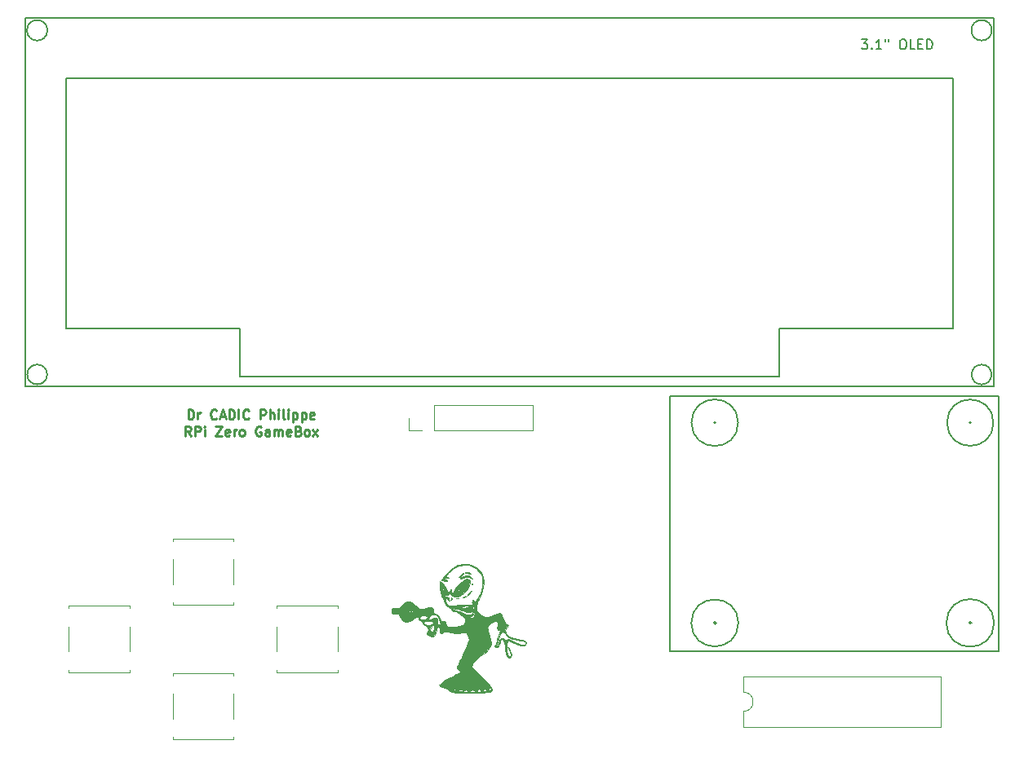
<source format=gto>
G04 #@! TF.FileFunction,Legend,Top*
%FSLAX46Y46*%
G04 Gerber Fmt 4.6, Leading zero omitted, Abs format (unit mm)*
G04 Created by KiCad (PCBNEW 4.0.6) date 10/22/17 23:17:58*
%MOMM*%
%LPD*%
G01*
G04 APERTURE LIST*
%ADD10C,0.150000*%
%ADD11C,0.250000*%
%ADD12C,0.120000*%
%ADD13C,0.010000*%
G04 APERTURE END LIST*
D10*
D11*
X176663070Y-185886801D02*
X176663070Y-184886801D01*
X176901165Y-184886801D01*
X177044023Y-184934420D01*
X177139261Y-185029658D01*
X177186880Y-185124896D01*
X177234499Y-185315372D01*
X177234499Y-185458230D01*
X177186880Y-185648706D01*
X177139261Y-185743944D01*
X177044023Y-185839182D01*
X176901165Y-185886801D01*
X176663070Y-185886801D01*
X177663070Y-185886801D02*
X177663070Y-185220134D01*
X177663070Y-185410610D02*
X177710689Y-185315372D01*
X177758308Y-185267753D01*
X177853546Y-185220134D01*
X177948785Y-185220134D01*
X179615452Y-185791563D02*
X179567833Y-185839182D01*
X179424976Y-185886801D01*
X179329738Y-185886801D01*
X179186880Y-185839182D01*
X179091642Y-185743944D01*
X179044023Y-185648706D01*
X178996404Y-185458230D01*
X178996404Y-185315372D01*
X179044023Y-185124896D01*
X179091642Y-185029658D01*
X179186880Y-184934420D01*
X179329738Y-184886801D01*
X179424976Y-184886801D01*
X179567833Y-184934420D01*
X179615452Y-184982039D01*
X179996404Y-185601087D02*
X180472595Y-185601087D01*
X179901166Y-185886801D02*
X180234499Y-184886801D01*
X180567833Y-185886801D01*
X180901166Y-185886801D02*
X180901166Y-184886801D01*
X181139261Y-184886801D01*
X181282119Y-184934420D01*
X181377357Y-185029658D01*
X181424976Y-185124896D01*
X181472595Y-185315372D01*
X181472595Y-185458230D01*
X181424976Y-185648706D01*
X181377357Y-185743944D01*
X181282119Y-185839182D01*
X181139261Y-185886801D01*
X180901166Y-185886801D01*
X181901166Y-185886801D02*
X181901166Y-184886801D01*
X182948785Y-185791563D02*
X182901166Y-185839182D01*
X182758309Y-185886801D01*
X182663071Y-185886801D01*
X182520213Y-185839182D01*
X182424975Y-185743944D01*
X182377356Y-185648706D01*
X182329737Y-185458230D01*
X182329737Y-185315372D01*
X182377356Y-185124896D01*
X182424975Y-185029658D01*
X182520213Y-184934420D01*
X182663071Y-184886801D01*
X182758309Y-184886801D01*
X182901166Y-184934420D01*
X182948785Y-184982039D01*
X184139261Y-185886801D02*
X184139261Y-184886801D01*
X184520214Y-184886801D01*
X184615452Y-184934420D01*
X184663071Y-184982039D01*
X184710690Y-185077277D01*
X184710690Y-185220134D01*
X184663071Y-185315372D01*
X184615452Y-185362991D01*
X184520214Y-185410610D01*
X184139261Y-185410610D01*
X185139261Y-185886801D02*
X185139261Y-184886801D01*
X185567833Y-185886801D02*
X185567833Y-185362991D01*
X185520214Y-185267753D01*
X185424976Y-185220134D01*
X185282118Y-185220134D01*
X185186880Y-185267753D01*
X185139261Y-185315372D01*
X186044023Y-185886801D02*
X186044023Y-185220134D01*
X186044023Y-184886801D02*
X185996404Y-184934420D01*
X186044023Y-184982039D01*
X186091642Y-184934420D01*
X186044023Y-184886801D01*
X186044023Y-184982039D01*
X186663070Y-185886801D02*
X186567832Y-185839182D01*
X186520213Y-185743944D01*
X186520213Y-184886801D01*
X187044023Y-185886801D02*
X187044023Y-185220134D01*
X187044023Y-184886801D02*
X186996404Y-184934420D01*
X187044023Y-184982039D01*
X187091642Y-184934420D01*
X187044023Y-184886801D01*
X187044023Y-184982039D01*
X187520213Y-185220134D02*
X187520213Y-186220134D01*
X187520213Y-185267753D02*
X187615451Y-185220134D01*
X187805928Y-185220134D01*
X187901166Y-185267753D01*
X187948785Y-185315372D01*
X187996404Y-185410610D01*
X187996404Y-185696325D01*
X187948785Y-185791563D01*
X187901166Y-185839182D01*
X187805928Y-185886801D01*
X187615451Y-185886801D01*
X187520213Y-185839182D01*
X188424975Y-185220134D02*
X188424975Y-186220134D01*
X188424975Y-185267753D02*
X188520213Y-185220134D01*
X188710690Y-185220134D01*
X188805928Y-185267753D01*
X188853547Y-185315372D01*
X188901166Y-185410610D01*
X188901166Y-185696325D01*
X188853547Y-185791563D01*
X188805928Y-185839182D01*
X188710690Y-185886801D01*
X188520213Y-185886801D01*
X188424975Y-185839182D01*
X189710690Y-185839182D02*
X189615452Y-185886801D01*
X189424975Y-185886801D01*
X189329737Y-185839182D01*
X189282118Y-185743944D01*
X189282118Y-185362991D01*
X189329737Y-185267753D01*
X189424975Y-185220134D01*
X189615452Y-185220134D01*
X189710690Y-185267753D01*
X189758309Y-185362991D01*
X189758309Y-185458230D01*
X189282118Y-185553468D01*
X176924975Y-187636801D02*
X176591641Y-187160610D01*
X176353546Y-187636801D02*
X176353546Y-186636801D01*
X176734499Y-186636801D01*
X176829737Y-186684420D01*
X176877356Y-186732039D01*
X176924975Y-186827277D01*
X176924975Y-186970134D01*
X176877356Y-187065372D01*
X176829737Y-187112991D01*
X176734499Y-187160610D01*
X176353546Y-187160610D01*
X177353546Y-187636801D02*
X177353546Y-186636801D01*
X177734499Y-186636801D01*
X177829737Y-186684420D01*
X177877356Y-186732039D01*
X177924975Y-186827277D01*
X177924975Y-186970134D01*
X177877356Y-187065372D01*
X177829737Y-187112991D01*
X177734499Y-187160610D01*
X177353546Y-187160610D01*
X178353546Y-187636801D02*
X178353546Y-186970134D01*
X178353546Y-186636801D02*
X178305927Y-186684420D01*
X178353546Y-186732039D01*
X178401165Y-186684420D01*
X178353546Y-186636801D01*
X178353546Y-186732039D01*
X179496403Y-186636801D02*
X180163070Y-186636801D01*
X179496403Y-187636801D01*
X180163070Y-187636801D01*
X180924975Y-187589182D02*
X180829737Y-187636801D01*
X180639260Y-187636801D01*
X180544022Y-187589182D01*
X180496403Y-187493944D01*
X180496403Y-187112991D01*
X180544022Y-187017753D01*
X180639260Y-186970134D01*
X180829737Y-186970134D01*
X180924975Y-187017753D01*
X180972594Y-187112991D01*
X180972594Y-187208230D01*
X180496403Y-187303468D01*
X181401165Y-187636801D02*
X181401165Y-186970134D01*
X181401165Y-187160610D02*
X181448784Y-187065372D01*
X181496403Y-187017753D01*
X181591641Y-186970134D01*
X181686880Y-186970134D01*
X182163070Y-187636801D02*
X182067832Y-187589182D01*
X182020213Y-187541563D01*
X181972594Y-187446325D01*
X181972594Y-187160610D01*
X182020213Y-187065372D01*
X182067832Y-187017753D01*
X182163070Y-186970134D01*
X182305928Y-186970134D01*
X182401166Y-187017753D01*
X182448785Y-187065372D01*
X182496404Y-187160610D01*
X182496404Y-187446325D01*
X182448785Y-187541563D01*
X182401166Y-187589182D01*
X182305928Y-187636801D01*
X182163070Y-187636801D01*
X184210690Y-186684420D02*
X184115452Y-186636801D01*
X183972595Y-186636801D01*
X183829737Y-186684420D01*
X183734499Y-186779658D01*
X183686880Y-186874896D01*
X183639261Y-187065372D01*
X183639261Y-187208230D01*
X183686880Y-187398706D01*
X183734499Y-187493944D01*
X183829737Y-187589182D01*
X183972595Y-187636801D01*
X184067833Y-187636801D01*
X184210690Y-187589182D01*
X184258309Y-187541563D01*
X184258309Y-187208230D01*
X184067833Y-187208230D01*
X185115452Y-187636801D02*
X185115452Y-187112991D01*
X185067833Y-187017753D01*
X184972595Y-186970134D01*
X184782118Y-186970134D01*
X184686880Y-187017753D01*
X185115452Y-187589182D02*
X185020214Y-187636801D01*
X184782118Y-187636801D01*
X184686880Y-187589182D01*
X184639261Y-187493944D01*
X184639261Y-187398706D01*
X184686880Y-187303468D01*
X184782118Y-187255849D01*
X185020214Y-187255849D01*
X185115452Y-187208230D01*
X185591642Y-187636801D02*
X185591642Y-186970134D01*
X185591642Y-187065372D02*
X185639261Y-187017753D01*
X185734499Y-186970134D01*
X185877357Y-186970134D01*
X185972595Y-187017753D01*
X186020214Y-187112991D01*
X186020214Y-187636801D01*
X186020214Y-187112991D02*
X186067833Y-187017753D01*
X186163071Y-186970134D01*
X186305928Y-186970134D01*
X186401166Y-187017753D01*
X186448785Y-187112991D01*
X186448785Y-187636801D01*
X187305928Y-187589182D02*
X187210690Y-187636801D01*
X187020213Y-187636801D01*
X186924975Y-187589182D01*
X186877356Y-187493944D01*
X186877356Y-187112991D01*
X186924975Y-187017753D01*
X187020213Y-186970134D01*
X187210690Y-186970134D01*
X187305928Y-187017753D01*
X187353547Y-187112991D01*
X187353547Y-187208230D01*
X186877356Y-187303468D01*
X188115452Y-187112991D02*
X188258309Y-187160610D01*
X188305928Y-187208230D01*
X188353547Y-187303468D01*
X188353547Y-187446325D01*
X188305928Y-187541563D01*
X188258309Y-187589182D01*
X188163071Y-187636801D01*
X187782118Y-187636801D01*
X187782118Y-186636801D01*
X188115452Y-186636801D01*
X188210690Y-186684420D01*
X188258309Y-186732039D01*
X188305928Y-186827277D01*
X188305928Y-186922515D01*
X188258309Y-187017753D01*
X188210690Y-187065372D01*
X188115452Y-187112991D01*
X187782118Y-187112991D01*
X188924975Y-187636801D02*
X188829737Y-187589182D01*
X188782118Y-187541563D01*
X188734499Y-187446325D01*
X188734499Y-187160610D01*
X188782118Y-187065372D01*
X188829737Y-187017753D01*
X188924975Y-186970134D01*
X189067833Y-186970134D01*
X189163071Y-187017753D01*
X189210690Y-187065372D01*
X189258309Y-187160610D01*
X189258309Y-187446325D01*
X189210690Y-187541563D01*
X189163071Y-187589182D01*
X189067833Y-187636801D01*
X188924975Y-187636801D01*
X189591642Y-187636801D02*
X190115452Y-186970134D01*
X189591642Y-186970134D02*
X190115452Y-187636801D01*
D10*
X260025276Y-181251100D02*
G75*
G03X260025276Y-181251100I-1030776J0D01*
G01*
X260055160Y-145501100D02*
G75*
G03X260055160Y-145501100I-1060660J0D01*
G01*
X162025276Y-181251100D02*
G75*
G03X162025276Y-181251100I-1030776J0D01*
G01*
X162055160Y-145501100D02*
G75*
G03X162055160Y-145501100I-1060660J0D01*
G01*
X163994500Y-150501100D02*
X255994500Y-150501100D01*
X255994500Y-150501100D02*
X255994500Y-174501100D01*
X255994500Y-174501100D02*
X255994500Y-176501100D01*
X255994500Y-176501100D02*
X237994500Y-176501100D01*
X237994500Y-176501100D02*
X237994500Y-181501100D01*
X237994500Y-181501100D02*
X181994500Y-181501100D01*
X181994500Y-181501100D02*
X181994500Y-176501100D01*
X181994500Y-176501100D02*
X163994500Y-176501100D01*
X163994500Y-176501100D02*
X163994500Y-150501100D01*
X159744500Y-182501100D02*
X260244500Y-182501100D01*
X260244500Y-182501100D02*
X260244500Y-144251100D01*
X260244500Y-144251100D02*
X198994500Y-144251100D01*
X159744500Y-144251100D02*
X159744500Y-182501100D01*
X198494500Y-144251100D02*
X159744500Y-144251100D01*
X198494500Y-144251100D02*
X198994500Y-144251100D01*
D12*
X234281880Y-214249420D02*
G75*
G02X234281880Y-216249420I0J-1000000D01*
G01*
X234281880Y-216249420D02*
X234281880Y-217899420D01*
X234281880Y-217899420D02*
X254721880Y-217899420D01*
X254721880Y-217899420D02*
X254721880Y-212599420D01*
X254721880Y-212599420D02*
X234281880Y-212599420D01*
X234281880Y-212599420D02*
X234281880Y-214249420D01*
X202181880Y-187089420D02*
X212401880Y-187089420D01*
X212401880Y-187089420D02*
X212401880Y-184429420D01*
X212401880Y-184429420D02*
X202181880Y-184429420D01*
X202181880Y-184429420D02*
X202181880Y-187089420D01*
X200911880Y-187089420D02*
X199581880Y-187089420D01*
X199581880Y-187089420D02*
X199581880Y-185759420D01*
D10*
X231453301Y-207059420D02*
G75*
G03X231453301Y-207059420I-141421J0D01*
G01*
X231411880Y-186259420D02*
G75*
G03X231411880Y-186259420I-100000J0D01*
G01*
X233732624Y-186259420D02*
G75*
G03X233732624Y-186259420I-2420744J0D01*
G01*
X233753191Y-207059420D02*
G75*
G03X233753191Y-207059420I-2441311J0D01*
G01*
X257953301Y-207059420D02*
G75*
G03X257953301Y-207059420I-141421J0D01*
G01*
X260287764Y-207059420D02*
G75*
G03X260287764Y-207059420I-2475884J0D01*
G01*
X257911880Y-186259420D02*
G75*
G03X257911880Y-186259420I-100000J0D01*
G01*
X260220199Y-186259420D02*
G75*
G03X260220199Y-186259420I-2408319J0D01*
G01*
X226611880Y-209959420D02*
X260811880Y-209959420D01*
X260811880Y-209959420D02*
X260811880Y-183459420D01*
X260811880Y-183459420D02*
X226611880Y-183459420D01*
X226611880Y-183459420D02*
X226611880Y-209959420D01*
D12*
X175086880Y-198534420D02*
X175086880Y-198284420D01*
X175086880Y-198284420D02*
X181386880Y-198284420D01*
X181386880Y-198284420D02*
X181386880Y-198534420D01*
X175086880Y-203034420D02*
X175086880Y-200434420D01*
X181386880Y-204934420D02*
X181386880Y-205184420D01*
X181386880Y-205184420D02*
X175086880Y-205184420D01*
X175086880Y-205184420D02*
X175086880Y-204934420D01*
X181386880Y-200434420D02*
X181386880Y-203034420D01*
X175086880Y-212504420D02*
X175086880Y-212254420D01*
X175086880Y-212254420D02*
X181386880Y-212254420D01*
X181386880Y-212254420D02*
X181386880Y-212504420D01*
X175086880Y-217004420D02*
X175086880Y-214404420D01*
X181386880Y-218904420D02*
X181386880Y-219154420D01*
X181386880Y-219154420D02*
X175086880Y-219154420D01*
X175086880Y-219154420D02*
X175086880Y-218904420D01*
X181386880Y-214404420D02*
X181386880Y-217004420D01*
X164291880Y-205519420D02*
X164291880Y-205269420D01*
X164291880Y-205269420D02*
X170591880Y-205269420D01*
X170591880Y-205269420D02*
X170591880Y-205519420D01*
X164291880Y-210019420D02*
X164291880Y-207419420D01*
X170591880Y-211919420D02*
X170591880Y-212169420D01*
X170591880Y-212169420D02*
X164291880Y-212169420D01*
X164291880Y-212169420D02*
X164291880Y-211919420D01*
X170591880Y-207419420D02*
X170591880Y-210019420D01*
X185881880Y-205519420D02*
X185881880Y-205269420D01*
X185881880Y-205269420D02*
X192181880Y-205269420D01*
X192181880Y-205269420D02*
X192181880Y-205519420D01*
X185881880Y-210019420D02*
X185881880Y-207419420D01*
X192181880Y-211919420D02*
X192181880Y-212169420D01*
X192181880Y-212169420D02*
X185881880Y-212169420D01*
X185881880Y-212169420D02*
X185881880Y-211919420D01*
X192181880Y-207419420D02*
X192181880Y-210019420D01*
D13*
G36*
X205753009Y-200926967D02*
X206256312Y-201088897D01*
X206671337Y-201372778D01*
X207049891Y-201806289D01*
X207274192Y-202288163D01*
X207345530Y-202826612D01*
X207265192Y-203429851D01*
X207082119Y-203990946D01*
X206945185Y-204316386D01*
X206814357Y-204599363D01*
X206714363Y-204786908D01*
X206701119Y-204807056D01*
X206639432Y-204963679D01*
X206596253Y-205198685D01*
X206574469Y-205459502D01*
X206576966Y-205693560D01*
X206606632Y-205848288D01*
X206642122Y-205881420D01*
X206736478Y-205936693D01*
X206900837Y-206077354D01*
X207001955Y-206175065D01*
X207258169Y-206376879D01*
X207531455Y-206463292D01*
X207854645Y-206435306D01*
X208260571Y-206293923D01*
X208426763Y-206218546D01*
X208755608Y-206076708D01*
X208973195Y-206033592D01*
X209113601Y-206101023D01*
X209210904Y-206290824D01*
X209274067Y-206512525D01*
X209444504Y-206893890D01*
X209641133Y-207098478D01*
X209914533Y-207312445D01*
X209713998Y-207583682D01*
X209589402Y-207765267D01*
X209559834Y-207893134D01*
X209618809Y-208049096D01*
X209669528Y-208144712D01*
X209859847Y-208401548D01*
X210126249Y-208576347D01*
X210502259Y-208686096D01*
X210826923Y-208731165D01*
X211256798Y-208787579D01*
X211538278Y-208859019D01*
X211692152Y-208953430D01*
X211739211Y-209078754D01*
X211739213Y-209079724D01*
X211674249Y-209297718D01*
X211494508Y-209415939D01*
X211222714Y-209433442D01*
X210881591Y-209349283D01*
X210493863Y-209162515D01*
X210445849Y-209133512D01*
X210182076Y-208986160D01*
X209964653Y-208892477D01*
X209841095Y-208872730D01*
X209776070Y-208964703D01*
X209737038Y-209191202D01*
X209721106Y-209569025D01*
X209721105Y-209569077D01*
X209734621Y-210027975D01*
X209790093Y-210334003D01*
X209891070Y-210499211D01*
X210006525Y-210538086D01*
X210107059Y-210472372D01*
X210121829Y-210300896D01*
X210053736Y-210062160D01*
X209956334Y-209872371D01*
X209855806Y-209682897D01*
X209819024Y-209561334D01*
X209823744Y-209546666D01*
X209883214Y-209583235D01*
X209976068Y-209728920D01*
X210078042Y-209933619D01*
X210164872Y-210147229D01*
X210212296Y-210319649D01*
X210215213Y-210355013D01*
X210160443Y-210548003D01*
X210030122Y-210659112D01*
X209875234Y-210651300D01*
X209840043Y-210627591D01*
X209745343Y-210474377D01*
X209655951Y-210204223D01*
X209584392Y-209869367D01*
X209543194Y-209522050D01*
X209537880Y-209367424D01*
X209503283Y-209090657D01*
X209414578Y-208872931D01*
X209294389Y-208749234D01*
X209165339Y-208754557D01*
X209149251Y-208766417D01*
X209050752Y-208927864D01*
X209029880Y-209047948D01*
X208980536Y-209261237D01*
X208860988Y-209462936D01*
X208713956Y-209590350D01*
X208649075Y-209606753D01*
X208503609Y-209553327D01*
X208486727Y-209406565D01*
X208508688Y-209363120D01*
X208606546Y-209363120D01*
X208659032Y-209433518D01*
X208766105Y-209403893D01*
X208826727Y-209338977D01*
X208887002Y-209188478D01*
X208939375Y-208987224D01*
X209037033Y-208736897D01*
X209183999Y-208619268D01*
X209352745Y-208648141D01*
X209446203Y-208733091D01*
X209565278Y-208855707D01*
X209655335Y-208851031D01*
X209733454Y-208782226D01*
X209816433Y-208719274D01*
X209914899Y-208714217D01*
X210067859Y-208778043D01*
X210314319Y-208921740D01*
X210386707Y-208966240D01*
X210775391Y-209175410D01*
X211120819Y-209303501D01*
X211396545Y-209344846D01*
X211576126Y-209293777D01*
X211621914Y-209231003D01*
X211641095Y-209096905D01*
X211563516Y-208999763D01*
X211366779Y-208927490D01*
X211028487Y-208867996D01*
X210923949Y-208854302D01*
X210419612Y-208762564D01*
X210039374Y-208620404D01*
X209740922Y-208408734D01*
X209595764Y-208255127D01*
X209436425Y-208090960D01*
X209309614Y-208002851D01*
X209288101Y-207998086D01*
X209171034Y-208071252D01*
X209042770Y-208254272D01*
X208931986Y-208492430D01*
X208867363Y-208731008D01*
X208860863Y-208813219D01*
X208822213Y-209034424D01*
X208733546Y-209183420D01*
X208627112Y-209305641D01*
X208606546Y-209363120D01*
X208508688Y-209363120D01*
X208589120Y-209204008D01*
X208690998Y-209017478D01*
X208718368Y-208878722D01*
X208716527Y-208872244D01*
X208731033Y-208741756D01*
X208808822Y-208529391D01*
X208855599Y-208431117D01*
X208994018Y-208109666D01*
X209018197Y-207910382D01*
X208928332Y-207830621D01*
X208900222Y-207828753D01*
X208757950Y-207763595D01*
X208719870Y-207585656D01*
X208770049Y-207378422D01*
X208823123Y-207113333D01*
X208750088Y-206953299D01*
X208562418Y-206904662D01*
X208271591Y-206973767D01*
X208140320Y-207030360D01*
X207921283Y-207186467D01*
X207768447Y-207385731D01*
X207761981Y-207400346D01*
X207717235Y-207556181D01*
X207727500Y-207723847D01*
X207801193Y-207956557D01*
X207881170Y-208153854D01*
X208052674Y-208707036D01*
X208077853Y-209196007D01*
X207958133Y-209612206D01*
X207694944Y-209947074D01*
X207565658Y-210045860D01*
X206995311Y-210452239D01*
X206567764Y-210809602D01*
X206288748Y-211112859D01*
X206198259Y-211259779D01*
X206050167Y-211571861D01*
X207116690Y-212649750D01*
X207528710Y-213072629D01*
X207828537Y-213396787D01*
X208028960Y-213637748D01*
X208142773Y-213811037D01*
X208182767Y-213932179D01*
X208183213Y-213944137D01*
X208128379Y-214140150D01*
X208035046Y-214227948D01*
X207909513Y-214248498D01*
X207646858Y-214267725D01*
X207279293Y-214285008D01*
X206839027Y-214299726D01*
X206358272Y-214311257D01*
X205869238Y-214318981D01*
X205404135Y-214322277D01*
X204995175Y-214320524D01*
X204674567Y-214313101D01*
X204474523Y-214299386D01*
X204457880Y-214296913D01*
X204072060Y-214214576D01*
X203787987Y-214118491D01*
X203632434Y-214018984D01*
X203611213Y-213970415D01*
X203577425Y-213927410D01*
X203695880Y-213927410D01*
X203764496Y-214000181D01*
X203822880Y-214009420D01*
X204119213Y-214009420D01*
X204191819Y-214072526D01*
X204335876Y-214094086D01*
X204479927Y-214067210D01*
X204488532Y-214042694D01*
X204711880Y-214042694D01*
X204783914Y-214153894D01*
X204923546Y-214178753D01*
X205082661Y-214149770D01*
X205107129Y-214123843D01*
X205221588Y-214123843D01*
X205276324Y-214206975D01*
X205413557Y-214263777D01*
X205583601Y-214253251D01*
X205707677Y-214187707D01*
X205727880Y-214136420D01*
X205897213Y-214136420D01*
X205972941Y-214237246D01*
X206151213Y-214263420D01*
X206352865Y-214225555D01*
X206405213Y-214136420D01*
X206399080Y-214128253D01*
X206598191Y-214128253D01*
X206615312Y-214176217D01*
X206735016Y-214246116D01*
X206896787Y-214234720D01*
X207019170Y-214157549D01*
X207040213Y-214095246D01*
X207014282Y-214051753D01*
X207251880Y-214051753D01*
X207322466Y-214155181D01*
X207421213Y-214178753D01*
X207559117Y-214125813D01*
X207584882Y-214065099D01*
X207759880Y-214065099D01*
X207791986Y-214140517D01*
X207913952Y-214102127D01*
X207929213Y-214094086D01*
X208062859Y-213996360D01*
X208098546Y-213935885D01*
X208047077Y-213817034D01*
X208042836Y-213812599D01*
X207943417Y-213807438D01*
X207829722Y-213899966D01*
X207762434Y-214036029D01*
X207759880Y-214065099D01*
X207584882Y-214065099D01*
X207590546Y-214051753D01*
X207519960Y-213948325D01*
X207421213Y-213924753D01*
X207283309Y-213977692D01*
X207251880Y-214051753D01*
X207014282Y-214051753D01*
X206972092Y-213980993D01*
X206820812Y-213933543D01*
X206665992Y-213973052D01*
X206640663Y-213994102D01*
X206598191Y-214128253D01*
X206399080Y-214128253D01*
X206329485Y-214035593D01*
X206151213Y-214009420D01*
X205949561Y-214047284D01*
X205897213Y-214136420D01*
X205727880Y-214136420D01*
X205652151Y-214035593D01*
X205473880Y-214009420D01*
X205273313Y-214039636D01*
X205221588Y-214123843D01*
X205107129Y-214123843D01*
X205135213Y-214094086D01*
X205075865Y-214011829D01*
X205057471Y-214009420D01*
X204915581Y-213981492D01*
X204845804Y-213958028D01*
X204732607Y-213965888D01*
X204711880Y-214042694D01*
X204488532Y-214042694D01*
X204500213Y-214009420D01*
X204380793Y-213938294D01*
X204283549Y-213924753D01*
X204148705Y-213961172D01*
X204119213Y-214009420D01*
X203822880Y-214009420D01*
X203935842Y-213991305D01*
X203949880Y-213976145D01*
X203883674Y-213921551D01*
X203822880Y-213894135D01*
X203713858Y-213892375D01*
X203695880Y-213927410D01*
X203577425Y-213927410D01*
X203537346Y-213876400D01*
X203357241Y-213804053D01*
X203336046Y-213799549D01*
X203038838Y-213718783D01*
X202808355Y-213614715D01*
X202739022Y-213553585D01*
X203131983Y-213553585D01*
X203145546Y-213586086D01*
X203257705Y-213667592D01*
X203282540Y-213670753D01*
X203328443Y-213618587D01*
X203326658Y-213614308D01*
X203554768Y-213614308D01*
X203566391Y-213664643D01*
X203611213Y-213670753D01*
X203680903Y-213639775D01*
X203667657Y-213614308D01*
X203567178Y-213604175D01*
X203554768Y-213614308D01*
X203326658Y-213614308D01*
X203314880Y-213586086D01*
X203202720Y-213504580D01*
X203177886Y-213501420D01*
X203131983Y-213553585D01*
X202739022Y-213553585D01*
X202688027Y-213508624D01*
X202679880Y-213478054D01*
X202741709Y-213432892D01*
X202802568Y-213445716D01*
X202889849Y-213441183D01*
X202884558Y-213386738D01*
X202935427Y-213299195D01*
X203110458Y-213157211D01*
X203380709Y-212978690D01*
X203717240Y-212781533D01*
X204091108Y-212583643D01*
X204473374Y-212402922D01*
X204479046Y-212400424D01*
X204706235Y-212288578D01*
X204852049Y-212193944D01*
X204881213Y-212155913D01*
X204824732Y-212054521D01*
X204711880Y-211935086D01*
X204584510Y-211780559D01*
X204542546Y-211667330D01*
X204580061Y-211552337D01*
X204682551Y-211320421D01*
X204834933Y-211003870D01*
X205022123Y-210634974D01*
X205047885Y-210585514D01*
X205251655Y-210179621D01*
X205433232Y-209788916D01*
X205572873Y-209457769D01*
X205650837Y-209230551D01*
X205650965Y-209230042D01*
X205723358Y-208990951D01*
X205794975Y-208829186D01*
X205822330Y-208796373D01*
X205830487Y-208703803D01*
X205771984Y-208525255D01*
X205672902Y-208316427D01*
X205559325Y-208133017D01*
X205466066Y-208035590D01*
X205331957Y-208023511D01*
X205112333Y-208064656D01*
X205034413Y-208088077D01*
X204842409Y-208138967D01*
X204648035Y-208153248D01*
X204400587Y-208129003D01*
X204049358Y-208064314D01*
X203969045Y-208047778D01*
X203617884Y-207977195D01*
X203394877Y-207943046D01*
X203262866Y-207945095D01*
X203184688Y-207983110D01*
X203133555Y-208042500D01*
X202992334Y-208155471D01*
X202868635Y-208117922D01*
X202785804Y-207948566D01*
X202764546Y-207746743D01*
X202731127Y-207495531D01*
X202651001Y-207397551D01*
X202554363Y-207455173D01*
X202471407Y-207670766D01*
X202460905Y-207722920D01*
X202359378Y-208118658D01*
X202219458Y-208360441D01*
X202029746Y-208461477D01*
X201833916Y-208449719D01*
X201569060Y-208347958D01*
X201458109Y-208192645D01*
X201489899Y-207967994D01*
X201491067Y-207964904D01*
X201550154Y-207766820D01*
X201784248Y-207766820D01*
X201800242Y-207864953D01*
X201909613Y-207984405D01*
X202045371Y-207965886D01*
X202120488Y-207864161D01*
X202158127Y-207683463D01*
X202171880Y-207472795D01*
X202160572Y-207303654D01*
X202110389Y-207275762D01*
X202040257Y-207324589D01*
X201854310Y-207542077D01*
X201784248Y-207766820D01*
X201550154Y-207766820D01*
X201566260Y-207712830D01*
X201539595Y-207555740D01*
X201394007Y-207442047D01*
X201304046Y-207399532D01*
X201077557Y-207241809D01*
X201001226Y-207083358D01*
X200990824Y-207064064D01*
X201073034Y-207064064D01*
X201200252Y-207205707D01*
X201202745Y-207207537D01*
X201478437Y-207313232D01*
X201774724Y-207260014D01*
X201899041Y-207188952D01*
X202064313Y-207039692D01*
X202068371Y-206935087D01*
X201910188Y-206873959D01*
X201607473Y-206855086D01*
X201285642Y-206880918D01*
X201104496Y-206953189D01*
X201073034Y-207064064D01*
X200990824Y-207064064D01*
X200900730Y-206896972D01*
X200768393Y-206810287D01*
X200601773Y-206682913D01*
X200563213Y-206560848D01*
X200548720Y-206515276D01*
X200662358Y-206515276D01*
X200691860Y-206624425D01*
X200796046Y-206669723D01*
X201076606Y-206713936D01*
X201283793Y-206663044D01*
X201333050Y-206631816D01*
X201590349Y-206631816D01*
X201656711Y-206707365D01*
X201845824Y-206667797D01*
X201964149Y-206616260D01*
X202204237Y-206510396D01*
X202343799Y-206490585D01*
X202432404Y-206564483D01*
X202501288Y-206699245D01*
X202560416Y-206879851D01*
X202519311Y-206975593D01*
X202504031Y-206986112D01*
X202447147Y-207095892D01*
X202462363Y-207141953D01*
X202578192Y-207220771D01*
X202729605Y-207228516D01*
X202836683Y-207168692D01*
X202849213Y-207124989D01*
X202806278Y-206952593D01*
X202700066Y-206708078D01*
X202564469Y-206458005D01*
X202433376Y-206268936D01*
X202392077Y-206227166D01*
X202190843Y-206157029D01*
X201948510Y-206194073D01*
X201735659Y-206318196D01*
X201644703Y-206440029D01*
X201590349Y-206631816D01*
X201333050Y-206631816D01*
X201372531Y-206606786D01*
X201473267Y-206477291D01*
X201407416Y-206363894D01*
X201177251Y-206270066D01*
X201146884Y-206262287D01*
X200903307Y-206268855D01*
X200787051Y-206347010D01*
X200662358Y-206515276D01*
X200548720Y-206515276D01*
X200518095Y-206418984D01*
X200381102Y-206413709D01*
X200149772Y-206545543D01*
X199970546Y-206685753D01*
X199650513Y-206903364D01*
X199369355Y-206981395D01*
X199340658Y-206982086D01*
X199095702Y-206937465D01*
X198901576Y-206786198D01*
X198730109Y-206502182D01*
X198666356Y-206357222D01*
X198568691Y-206150757D01*
X198469390Y-206066099D01*
X198311792Y-206064909D01*
X198248491Y-206074476D01*
X197968297Y-206084769D01*
X197816922Y-205995081D01*
X197803695Y-205924583D01*
X199553827Y-205924583D01*
X199631880Y-205966086D01*
X199711420Y-205899115D01*
X199717843Y-205860253D01*
X199745350Y-205814266D01*
X199797906Y-205878968D01*
X199893056Y-205954963D01*
X199939131Y-205941056D01*
X199953836Y-205843787D01*
X199862352Y-205758016D01*
X199724257Y-205729831D01*
X199679904Y-205740520D01*
X199570770Y-205826770D01*
X199553827Y-205924583D01*
X197803695Y-205924583D01*
X197779337Y-205794767D01*
X197783600Y-205745233D01*
X197812938Y-205594233D01*
X197887955Y-205528261D01*
X198058510Y-205520249D01*
X198182709Y-205528568D01*
X198397491Y-205534342D01*
X198554237Y-205493247D01*
X198709315Y-205377398D01*
X198910077Y-205168734D01*
X199170950Y-204917852D01*
X199396697Y-204797945D01*
X199622489Y-204809989D01*
X199883499Y-204954963D01*
X200182213Y-205204086D01*
X200460358Y-205442973D01*
X200674037Y-205573972D01*
X200876960Y-205610472D01*
X201122837Y-205565864D01*
X201346778Y-205494398D01*
X201698954Y-205417848D01*
X201940509Y-205463993D01*
X202067542Y-205631323D01*
X202087213Y-205781170D01*
X202127878Y-205967264D01*
X202280176Y-206084196D01*
X202345818Y-206111241D01*
X202575112Y-206265676D01*
X202737057Y-206546508D01*
X202840733Y-206764065D01*
X202951405Y-206857567D01*
X203092285Y-206869624D01*
X203258630Y-206888544D01*
X203328945Y-207008069D01*
X203342094Y-207092314D01*
X203423890Y-207295395D01*
X203624290Y-207422691D01*
X203959618Y-207481841D01*
X204188225Y-207488227D01*
X204490002Y-207454128D01*
X204814217Y-207367939D01*
X205104176Y-207250001D01*
X205303184Y-207120655D01*
X205342294Y-207074172D01*
X205402679Y-206920338D01*
X205438719Y-206770914D01*
X205433420Y-206616695D01*
X205330264Y-206483356D01*
X205221253Y-206406299D01*
X205600880Y-206406299D01*
X205812546Y-206474086D01*
X206019657Y-206533352D01*
X206140509Y-206520966D01*
X206250347Y-206416176D01*
X206314401Y-206335668D01*
X206437980Y-206111467D01*
X206486565Y-205891168D01*
X206479146Y-205760547D01*
X206449906Y-205762894D01*
X206379684Y-205908795D01*
X206355902Y-205963354D01*
X206217179Y-206220518D01*
X206056836Y-206351261D01*
X205824199Y-206395986D01*
X205812546Y-206396563D01*
X205600880Y-206406299D01*
X205221253Y-206406299D01*
X205156450Y-206360492D01*
X204931001Y-206203607D01*
X204755920Y-206056678D01*
X204721436Y-206019935D01*
X204552631Y-205904833D01*
X204441946Y-205881420D01*
X204220418Y-205839337D01*
X204035464Y-205737198D01*
X203950464Y-205611164D01*
X203949880Y-205600669D01*
X203878725Y-205500973D01*
X203706277Y-205403374D01*
X203694399Y-205398777D01*
X203680204Y-205388699D01*
X204635003Y-205388699D01*
X204695661Y-205447480D01*
X204711880Y-205458086D01*
X204839281Y-205532015D01*
X204878551Y-205510029D01*
X204881213Y-205458086D01*
X204842425Y-205418547D01*
X204992411Y-205418547D01*
X205011829Y-205463936D01*
X205115486Y-205525831D01*
X205264778Y-205540003D01*
X205374959Y-205504471D01*
X205389213Y-205472750D01*
X205461539Y-205434564D01*
X205636252Y-205439031D01*
X205643213Y-205440026D01*
X205831713Y-205440194D01*
X205897213Y-205382345D01*
X205818409Y-205323234D01*
X205600357Y-205299032D01*
X205495046Y-205299890D01*
X205190445Y-205318344D01*
X205030891Y-205355183D01*
X204992411Y-205418547D01*
X204842425Y-205418547D01*
X204811402Y-205386925D01*
X204733046Y-205374716D01*
X204635003Y-205388699D01*
X203680204Y-205388699D01*
X203450163Y-205225382D01*
X203306413Y-204978048D01*
X203191282Y-204707801D01*
X203046037Y-204381690D01*
X202969083Y-204214190D01*
X202833514Y-203852646D01*
X202783510Y-203513111D01*
X203039130Y-203513111D01*
X203067903Y-203606783D01*
X203132830Y-203670890D01*
X203169867Y-203607124D01*
X203170501Y-203474948D01*
X203154366Y-203449017D01*
X203072939Y-203429289D01*
X203039130Y-203513111D01*
X202783510Y-203513111D01*
X202779573Y-203486381D01*
X202777701Y-203240524D01*
X202791145Y-202706420D01*
X203077388Y-202978927D01*
X203286922Y-203219316D01*
X203456511Y-203482665D01*
X203488558Y-203550427D01*
X203613217Y-203778147D01*
X203726545Y-203837030D01*
X203828870Y-203727174D01*
X203858389Y-203658920D01*
X203907922Y-203552859D01*
X203943696Y-203576036D01*
X203984322Y-203746131D01*
X203992084Y-203785920D01*
X204044259Y-203989207D01*
X204097304Y-204097794D01*
X204108763Y-204103420D01*
X204165824Y-204030847D01*
X204251944Y-203844894D01*
X204310489Y-203691346D01*
X204325753Y-203660943D01*
X204669452Y-203660943D01*
X204682302Y-203725131D01*
X204748515Y-203840447D01*
X204788633Y-203791172D01*
X204796546Y-203675089D01*
X204765287Y-203557044D01*
X204715577Y-203550801D01*
X204669452Y-203660943D01*
X204325753Y-203660943D01*
X204483627Y-203346510D01*
X204732684Y-203029100D01*
X205024851Y-202765329D01*
X205327320Y-202581406D01*
X205607284Y-202503543D01*
X205770024Y-202525298D01*
X205879822Y-202648860D01*
X205897004Y-202873951D01*
X205826792Y-203163891D01*
X205674407Y-203482000D01*
X205622046Y-203564684D01*
X205330165Y-203909541D01*
X204996972Y-204155835D01*
X204652322Y-204293993D01*
X204326074Y-204314439D01*
X204048084Y-204207599D01*
X203937677Y-204104855D01*
X203823290Y-203994362D01*
X203737912Y-204015654D01*
X203694477Y-204062777D01*
X203538194Y-204154665D01*
X203341849Y-204188086D01*
X203178579Y-204211862D01*
X203145259Y-204272283D01*
X203145546Y-204272753D01*
X203260002Y-204333752D01*
X203446876Y-204357420D01*
X203623076Y-204380363D01*
X203695880Y-204435161D01*
X203719534Y-204576002D01*
X203745125Y-204667995D01*
X203772934Y-204773904D01*
X203730245Y-204743892D01*
X203672291Y-204674919D01*
X203519523Y-204555550D01*
X203417289Y-204526753D01*
X203332957Y-204556744D01*
X203330822Y-204675666D01*
X203359566Y-204788959D01*
X203443683Y-205035758D01*
X203548498Y-205186846D01*
X203711228Y-205259655D01*
X203969088Y-205271618D01*
X204329245Y-205243183D01*
X204747639Y-205208067D01*
X205189570Y-205181259D01*
X205556104Y-205168640D01*
X205853405Y-205169289D01*
X206026056Y-205191493D01*
X206118657Y-205251520D01*
X206175807Y-205365637D01*
X206187853Y-205399054D01*
X206231696Y-205672419D01*
X206141062Y-205850021D01*
X205922533Y-205929776D01*
X205582693Y-205909598D01*
X205128125Y-205787403D01*
X205049182Y-205759688D01*
X204673908Y-205637975D01*
X204368255Y-205565021D01*
X204157050Y-205544280D01*
X204065120Y-205579205D01*
X204074853Y-205624140D01*
X204184552Y-205691263D01*
X204391059Y-205753002D01*
X204439683Y-205762685D01*
X204707561Y-205836851D01*
X205021723Y-205958383D01*
X205153565Y-206019964D01*
X205578098Y-206186676D01*
X205911202Y-206219332D01*
X206146782Y-206120599D01*
X206278740Y-205893148D01*
X206300981Y-205539647D01*
X206299072Y-205518383D01*
X206253274Y-205258724D01*
X206182041Y-205068868D01*
X206141607Y-205019282D01*
X206073485Y-204938118D01*
X206125290Y-204895837D01*
X206186391Y-204795098D01*
X206174433Y-204711783D01*
X206152927Y-204623995D01*
X206210387Y-204649033D01*
X206299567Y-204724382D01*
X206433419Y-204826206D01*
X206518480Y-204803039D01*
X206605651Y-204682048D01*
X206971554Y-203998746D01*
X207170310Y-203326699D01*
X207209546Y-202875753D01*
X207198320Y-202525625D01*
X207152060Y-202269509D01*
X207051895Y-202032859D01*
X206952342Y-201859753D01*
X206616244Y-201450536D01*
X206193262Y-201161547D01*
X205716687Y-201010527D01*
X205337338Y-200999113D01*
X204790495Y-201128474D01*
X204253299Y-201396395D01*
X203776225Y-201777100D01*
X203738213Y-201815754D01*
X203550954Y-202015580D01*
X203468200Y-202134753D01*
X203475861Y-202213489D01*
X203559847Y-202292000D01*
X203568880Y-202299039D01*
X203670655Y-202385648D01*
X203645785Y-202408518D01*
X203475061Y-202382376D01*
X203463046Y-202380173D01*
X203266424Y-202371431D01*
X203189311Y-202418263D01*
X203250687Y-202492531D01*
X203357213Y-202537086D01*
X203507663Y-202614274D01*
X203508843Y-202680111D01*
X203379978Y-202706431D01*
X203251380Y-202692141D01*
X203054760Y-202649307D01*
X202947999Y-202615837D01*
X202945372Y-202614029D01*
X202974788Y-202538102D01*
X203098158Y-202375992D01*
X203286931Y-202158416D01*
X203512555Y-201916093D01*
X203746477Y-201679738D01*
X203960144Y-201480070D01*
X204117729Y-201352781D01*
X204662578Y-201058743D01*
X205214717Y-200916860D01*
X205753009Y-200926967D01*
X205753009Y-200926967D01*
G37*
X205753009Y-200926967D02*
X206256312Y-201088897D01*
X206671337Y-201372778D01*
X207049891Y-201806289D01*
X207274192Y-202288163D01*
X207345530Y-202826612D01*
X207265192Y-203429851D01*
X207082119Y-203990946D01*
X206945185Y-204316386D01*
X206814357Y-204599363D01*
X206714363Y-204786908D01*
X206701119Y-204807056D01*
X206639432Y-204963679D01*
X206596253Y-205198685D01*
X206574469Y-205459502D01*
X206576966Y-205693560D01*
X206606632Y-205848288D01*
X206642122Y-205881420D01*
X206736478Y-205936693D01*
X206900837Y-206077354D01*
X207001955Y-206175065D01*
X207258169Y-206376879D01*
X207531455Y-206463292D01*
X207854645Y-206435306D01*
X208260571Y-206293923D01*
X208426763Y-206218546D01*
X208755608Y-206076708D01*
X208973195Y-206033592D01*
X209113601Y-206101023D01*
X209210904Y-206290824D01*
X209274067Y-206512525D01*
X209444504Y-206893890D01*
X209641133Y-207098478D01*
X209914533Y-207312445D01*
X209713998Y-207583682D01*
X209589402Y-207765267D01*
X209559834Y-207893134D01*
X209618809Y-208049096D01*
X209669528Y-208144712D01*
X209859847Y-208401548D01*
X210126249Y-208576347D01*
X210502259Y-208686096D01*
X210826923Y-208731165D01*
X211256798Y-208787579D01*
X211538278Y-208859019D01*
X211692152Y-208953430D01*
X211739211Y-209078754D01*
X211739213Y-209079724D01*
X211674249Y-209297718D01*
X211494508Y-209415939D01*
X211222714Y-209433442D01*
X210881591Y-209349283D01*
X210493863Y-209162515D01*
X210445849Y-209133512D01*
X210182076Y-208986160D01*
X209964653Y-208892477D01*
X209841095Y-208872730D01*
X209776070Y-208964703D01*
X209737038Y-209191202D01*
X209721106Y-209569025D01*
X209721105Y-209569077D01*
X209734621Y-210027975D01*
X209790093Y-210334003D01*
X209891070Y-210499211D01*
X210006525Y-210538086D01*
X210107059Y-210472372D01*
X210121829Y-210300896D01*
X210053736Y-210062160D01*
X209956334Y-209872371D01*
X209855806Y-209682897D01*
X209819024Y-209561334D01*
X209823744Y-209546666D01*
X209883214Y-209583235D01*
X209976068Y-209728920D01*
X210078042Y-209933619D01*
X210164872Y-210147229D01*
X210212296Y-210319649D01*
X210215213Y-210355013D01*
X210160443Y-210548003D01*
X210030122Y-210659112D01*
X209875234Y-210651300D01*
X209840043Y-210627591D01*
X209745343Y-210474377D01*
X209655951Y-210204223D01*
X209584392Y-209869367D01*
X209543194Y-209522050D01*
X209537880Y-209367424D01*
X209503283Y-209090657D01*
X209414578Y-208872931D01*
X209294389Y-208749234D01*
X209165339Y-208754557D01*
X209149251Y-208766417D01*
X209050752Y-208927864D01*
X209029880Y-209047948D01*
X208980536Y-209261237D01*
X208860988Y-209462936D01*
X208713956Y-209590350D01*
X208649075Y-209606753D01*
X208503609Y-209553327D01*
X208486727Y-209406565D01*
X208508688Y-209363120D01*
X208606546Y-209363120D01*
X208659032Y-209433518D01*
X208766105Y-209403893D01*
X208826727Y-209338977D01*
X208887002Y-209188478D01*
X208939375Y-208987224D01*
X209037033Y-208736897D01*
X209183999Y-208619268D01*
X209352745Y-208648141D01*
X209446203Y-208733091D01*
X209565278Y-208855707D01*
X209655335Y-208851031D01*
X209733454Y-208782226D01*
X209816433Y-208719274D01*
X209914899Y-208714217D01*
X210067859Y-208778043D01*
X210314319Y-208921740D01*
X210386707Y-208966240D01*
X210775391Y-209175410D01*
X211120819Y-209303501D01*
X211396545Y-209344846D01*
X211576126Y-209293777D01*
X211621914Y-209231003D01*
X211641095Y-209096905D01*
X211563516Y-208999763D01*
X211366779Y-208927490D01*
X211028487Y-208867996D01*
X210923949Y-208854302D01*
X210419612Y-208762564D01*
X210039374Y-208620404D01*
X209740922Y-208408734D01*
X209595764Y-208255127D01*
X209436425Y-208090960D01*
X209309614Y-208002851D01*
X209288101Y-207998086D01*
X209171034Y-208071252D01*
X209042770Y-208254272D01*
X208931986Y-208492430D01*
X208867363Y-208731008D01*
X208860863Y-208813219D01*
X208822213Y-209034424D01*
X208733546Y-209183420D01*
X208627112Y-209305641D01*
X208606546Y-209363120D01*
X208508688Y-209363120D01*
X208589120Y-209204008D01*
X208690998Y-209017478D01*
X208718368Y-208878722D01*
X208716527Y-208872244D01*
X208731033Y-208741756D01*
X208808822Y-208529391D01*
X208855599Y-208431117D01*
X208994018Y-208109666D01*
X209018197Y-207910382D01*
X208928332Y-207830621D01*
X208900222Y-207828753D01*
X208757950Y-207763595D01*
X208719870Y-207585656D01*
X208770049Y-207378422D01*
X208823123Y-207113333D01*
X208750088Y-206953299D01*
X208562418Y-206904662D01*
X208271591Y-206973767D01*
X208140320Y-207030360D01*
X207921283Y-207186467D01*
X207768447Y-207385731D01*
X207761981Y-207400346D01*
X207717235Y-207556181D01*
X207727500Y-207723847D01*
X207801193Y-207956557D01*
X207881170Y-208153854D01*
X208052674Y-208707036D01*
X208077853Y-209196007D01*
X207958133Y-209612206D01*
X207694944Y-209947074D01*
X207565658Y-210045860D01*
X206995311Y-210452239D01*
X206567764Y-210809602D01*
X206288748Y-211112859D01*
X206198259Y-211259779D01*
X206050167Y-211571861D01*
X207116690Y-212649750D01*
X207528710Y-213072629D01*
X207828537Y-213396787D01*
X208028960Y-213637748D01*
X208142773Y-213811037D01*
X208182767Y-213932179D01*
X208183213Y-213944137D01*
X208128379Y-214140150D01*
X208035046Y-214227948D01*
X207909513Y-214248498D01*
X207646858Y-214267725D01*
X207279293Y-214285008D01*
X206839027Y-214299726D01*
X206358272Y-214311257D01*
X205869238Y-214318981D01*
X205404135Y-214322277D01*
X204995175Y-214320524D01*
X204674567Y-214313101D01*
X204474523Y-214299386D01*
X204457880Y-214296913D01*
X204072060Y-214214576D01*
X203787987Y-214118491D01*
X203632434Y-214018984D01*
X203611213Y-213970415D01*
X203577425Y-213927410D01*
X203695880Y-213927410D01*
X203764496Y-214000181D01*
X203822880Y-214009420D01*
X204119213Y-214009420D01*
X204191819Y-214072526D01*
X204335876Y-214094086D01*
X204479927Y-214067210D01*
X204488532Y-214042694D01*
X204711880Y-214042694D01*
X204783914Y-214153894D01*
X204923546Y-214178753D01*
X205082661Y-214149770D01*
X205107129Y-214123843D01*
X205221588Y-214123843D01*
X205276324Y-214206975D01*
X205413557Y-214263777D01*
X205583601Y-214253251D01*
X205707677Y-214187707D01*
X205727880Y-214136420D01*
X205897213Y-214136420D01*
X205972941Y-214237246D01*
X206151213Y-214263420D01*
X206352865Y-214225555D01*
X206405213Y-214136420D01*
X206399080Y-214128253D01*
X206598191Y-214128253D01*
X206615312Y-214176217D01*
X206735016Y-214246116D01*
X206896787Y-214234720D01*
X207019170Y-214157549D01*
X207040213Y-214095246D01*
X207014282Y-214051753D01*
X207251880Y-214051753D01*
X207322466Y-214155181D01*
X207421213Y-214178753D01*
X207559117Y-214125813D01*
X207584882Y-214065099D01*
X207759880Y-214065099D01*
X207791986Y-214140517D01*
X207913952Y-214102127D01*
X207929213Y-214094086D01*
X208062859Y-213996360D01*
X208098546Y-213935885D01*
X208047077Y-213817034D01*
X208042836Y-213812599D01*
X207943417Y-213807438D01*
X207829722Y-213899966D01*
X207762434Y-214036029D01*
X207759880Y-214065099D01*
X207584882Y-214065099D01*
X207590546Y-214051753D01*
X207519960Y-213948325D01*
X207421213Y-213924753D01*
X207283309Y-213977692D01*
X207251880Y-214051753D01*
X207014282Y-214051753D01*
X206972092Y-213980993D01*
X206820812Y-213933543D01*
X206665992Y-213973052D01*
X206640663Y-213994102D01*
X206598191Y-214128253D01*
X206399080Y-214128253D01*
X206329485Y-214035593D01*
X206151213Y-214009420D01*
X205949561Y-214047284D01*
X205897213Y-214136420D01*
X205727880Y-214136420D01*
X205652151Y-214035593D01*
X205473880Y-214009420D01*
X205273313Y-214039636D01*
X205221588Y-214123843D01*
X205107129Y-214123843D01*
X205135213Y-214094086D01*
X205075865Y-214011829D01*
X205057471Y-214009420D01*
X204915581Y-213981492D01*
X204845804Y-213958028D01*
X204732607Y-213965888D01*
X204711880Y-214042694D01*
X204488532Y-214042694D01*
X204500213Y-214009420D01*
X204380793Y-213938294D01*
X204283549Y-213924753D01*
X204148705Y-213961172D01*
X204119213Y-214009420D01*
X203822880Y-214009420D01*
X203935842Y-213991305D01*
X203949880Y-213976145D01*
X203883674Y-213921551D01*
X203822880Y-213894135D01*
X203713858Y-213892375D01*
X203695880Y-213927410D01*
X203577425Y-213927410D01*
X203537346Y-213876400D01*
X203357241Y-213804053D01*
X203336046Y-213799549D01*
X203038838Y-213718783D01*
X202808355Y-213614715D01*
X202739022Y-213553585D01*
X203131983Y-213553585D01*
X203145546Y-213586086D01*
X203257705Y-213667592D01*
X203282540Y-213670753D01*
X203328443Y-213618587D01*
X203326658Y-213614308D01*
X203554768Y-213614308D01*
X203566391Y-213664643D01*
X203611213Y-213670753D01*
X203680903Y-213639775D01*
X203667657Y-213614308D01*
X203567178Y-213604175D01*
X203554768Y-213614308D01*
X203326658Y-213614308D01*
X203314880Y-213586086D01*
X203202720Y-213504580D01*
X203177886Y-213501420D01*
X203131983Y-213553585D01*
X202739022Y-213553585D01*
X202688027Y-213508624D01*
X202679880Y-213478054D01*
X202741709Y-213432892D01*
X202802568Y-213445716D01*
X202889849Y-213441183D01*
X202884558Y-213386738D01*
X202935427Y-213299195D01*
X203110458Y-213157211D01*
X203380709Y-212978690D01*
X203717240Y-212781533D01*
X204091108Y-212583643D01*
X204473374Y-212402922D01*
X204479046Y-212400424D01*
X204706235Y-212288578D01*
X204852049Y-212193944D01*
X204881213Y-212155913D01*
X204824732Y-212054521D01*
X204711880Y-211935086D01*
X204584510Y-211780559D01*
X204542546Y-211667330D01*
X204580061Y-211552337D01*
X204682551Y-211320421D01*
X204834933Y-211003870D01*
X205022123Y-210634974D01*
X205047885Y-210585514D01*
X205251655Y-210179621D01*
X205433232Y-209788916D01*
X205572873Y-209457769D01*
X205650837Y-209230551D01*
X205650965Y-209230042D01*
X205723358Y-208990951D01*
X205794975Y-208829186D01*
X205822330Y-208796373D01*
X205830487Y-208703803D01*
X205771984Y-208525255D01*
X205672902Y-208316427D01*
X205559325Y-208133017D01*
X205466066Y-208035590D01*
X205331957Y-208023511D01*
X205112333Y-208064656D01*
X205034413Y-208088077D01*
X204842409Y-208138967D01*
X204648035Y-208153248D01*
X204400587Y-208129003D01*
X204049358Y-208064314D01*
X203969045Y-208047778D01*
X203617884Y-207977195D01*
X203394877Y-207943046D01*
X203262866Y-207945095D01*
X203184688Y-207983110D01*
X203133555Y-208042500D01*
X202992334Y-208155471D01*
X202868635Y-208117922D01*
X202785804Y-207948566D01*
X202764546Y-207746743D01*
X202731127Y-207495531D01*
X202651001Y-207397551D01*
X202554363Y-207455173D01*
X202471407Y-207670766D01*
X202460905Y-207722920D01*
X202359378Y-208118658D01*
X202219458Y-208360441D01*
X202029746Y-208461477D01*
X201833916Y-208449719D01*
X201569060Y-208347958D01*
X201458109Y-208192645D01*
X201489899Y-207967994D01*
X201491067Y-207964904D01*
X201550154Y-207766820D01*
X201784248Y-207766820D01*
X201800242Y-207864953D01*
X201909613Y-207984405D01*
X202045371Y-207965886D01*
X202120488Y-207864161D01*
X202158127Y-207683463D01*
X202171880Y-207472795D01*
X202160572Y-207303654D01*
X202110389Y-207275762D01*
X202040257Y-207324589D01*
X201854310Y-207542077D01*
X201784248Y-207766820D01*
X201550154Y-207766820D01*
X201566260Y-207712830D01*
X201539595Y-207555740D01*
X201394007Y-207442047D01*
X201304046Y-207399532D01*
X201077557Y-207241809D01*
X201001226Y-207083358D01*
X200990824Y-207064064D01*
X201073034Y-207064064D01*
X201200252Y-207205707D01*
X201202745Y-207207537D01*
X201478437Y-207313232D01*
X201774724Y-207260014D01*
X201899041Y-207188952D01*
X202064313Y-207039692D01*
X202068371Y-206935087D01*
X201910188Y-206873959D01*
X201607473Y-206855086D01*
X201285642Y-206880918D01*
X201104496Y-206953189D01*
X201073034Y-207064064D01*
X200990824Y-207064064D01*
X200900730Y-206896972D01*
X200768393Y-206810287D01*
X200601773Y-206682913D01*
X200563213Y-206560848D01*
X200548720Y-206515276D01*
X200662358Y-206515276D01*
X200691860Y-206624425D01*
X200796046Y-206669723D01*
X201076606Y-206713936D01*
X201283793Y-206663044D01*
X201333050Y-206631816D01*
X201590349Y-206631816D01*
X201656711Y-206707365D01*
X201845824Y-206667797D01*
X201964149Y-206616260D01*
X202204237Y-206510396D01*
X202343799Y-206490585D01*
X202432404Y-206564483D01*
X202501288Y-206699245D01*
X202560416Y-206879851D01*
X202519311Y-206975593D01*
X202504031Y-206986112D01*
X202447147Y-207095892D01*
X202462363Y-207141953D01*
X202578192Y-207220771D01*
X202729605Y-207228516D01*
X202836683Y-207168692D01*
X202849213Y-207124989D01*
X202806278Y-206952593D01*
X202700066Y-206708078D01*
X202564469Y-206458005D01*
X202433376Y-206268936D01*
X202392077Y-206227166D01*
X202190843Y-206157029D01*
X201948510Y-206194073D01*
X201735659Y-206318196D01*
X201644703Y-206440029D01*
X201590349Y-206631816D01*
X201333050Y-206631816D01*
X201372531Y-206606786D01*
X201473267Y-206477291D01*
X201407416Y-206363894D01*
X201177251Y-206270066D01*
X201146884Y-206262287D01*
X200903307Y-206268855D01*
X200787051Y-206347010D01*
X200662358Y-206515276D01*
X200548720Y-206515276D01*
X200518095Y-206418984D01*
X200381102Y-206413709D01*
X200149772Y-206545543D01*
X199970546Y-206685753D01*
X199650513Y-206903364D01*
X199369355Y-206981395D01*
X199340658Y-206982086D01*
X199095702Y-206937465D01*
X198901576Y-206786198D01*
X198730109Y-206502182D01*
X198666356Y-206357222D01*
X198568691Y-206150757D01*
X198469390Y-206066099D01*
X198311792Y-206064909D01*
X198248491Y-206074476D01*
X197968297Y-206084769D01*
X197816922Y-205995081D01*
X197803695Y-205924583D01*
X199553827Y-205924583D01*
X199631880Y-205966086D01*
X199711420Y-205899115D01*
X199717843Y-205860253D01*
X199745350Y-205814266D01*
X199797906Y-205878968D01*
X199893056Y-205954963D01*
X199939131Y-205941056D01*
X199953836Y-205843787D01*
X199862352Y-205758016D01*
X199724257Y-205729831D01*
X199679904Y-205740520D01*
X199570770Y-205826770D01*
X199553827Y-205924583D01*
X197803695Y-205924583D01*
X197779337Y-205794767D01*
X197783600Y-205745233D01*
X197812938Y-205594233D01*
X197887955Y-205528261D01*
X198058510Y-205520249D01*
X198182709Y-205528568D01*
X198397491Y-205534342D01*
X198554237Y-205493247D01*
X198709315Y-205377398D01*
X198910077Y-205168734D01*
X199170950Y-204917852D01*
X199396697Y-204797945D01*
X199622489Y-204809989D01*
X199883499Y-204954963D01*
X200182213Y-205204086D01*
X200460358Y-205442973D01*
X200674037Y-205573972D01*
X200876960Y-205610472D01*
X201122837Y-205565864D01*
X201346778Y-205494398D01*
X201698954Y-205417848D01*
X201940509Y-205463993D01*
X202067542Y-205631323D01*
X202087213Y-205781170D01*
X202127878Y-205967264D01*
X202280176Y-206084196D01*
X202345818Y-206111241D01*
X202575112Y-206265676D01*
X202737057Y-206546508D01*
X202840733Y-206764065D01*
X202951405Y-206857567D01*
X203092285Y-206869624D01*
X203258630Y-206888544D01*
X203328945Y-207008069D01*
X203342094Y-207092314D01*
X203423890Y-207295395D01*
X203624290Y-207422691D01*
X203959618Y-207481841D01*
X204188225Y-207488227D01*
X204490002Y-207454128D01*
X204814217Y-207367939D01*
X205104176Y-207250001D01*
X205303184Y-207120655D01*
X205342294Y-207074172D01*
X205402679Y-206920338D01*
X205438719Y-206770914D01*
X205433420Y-206616695D01*
X205330264Y-206483356D01*
X205221253Y-206406299D01*
X205600880Y-206406299D01*
X205812546Y-206474086D01*
X206019657Y-206533352D01*
X206140509Y-206520966D01*
X206250347Y-206416176D01*
X206314401Y-206335668D01*
X206437980Y-206111467D01*
X206486565Y-205891168D01*
X206479146Y-205760547D01*
X206449906Y-205762894D01*
X206379684Y-205908795D01*
X206355902Y-205963354D01*
X206217179Y-206220518D01*
X206056836Y-206351261D01*
X205824199Y-206395986D01*
X205812546Y-206396563D01*
X205600880Y-206406299D01*
X205221253Y-206406299D01*
X205156450Y-206360492D01*
X204931001Y-206203607D01*
X204755920Y-206056678D01*
X204721436Y-206019935D01*
X204552631Y-205904833D01*
X204441946Y-205881420D01*
X204220418Y-205839337D01*
X204035464Y-205737198D01*
X203950464Y-205611164D01*
X203949880Y-205600669D01*
X203878725Y-205500973D01*
X203706277Y-205403374D01*
X203694399Y-205398777D01*
X203680204Y-205388699D01*
X204635003Y-205388699D01*
X204695661Y-205447480D01*
X204711880Y-205458086D01*
X204839281Y-205532015D01*
X204878551Y-205510029D01*
X204881213Y-205458086D01*
X204842425Y-205418547D01*
X204992411Y-205418547D01*
X205011829Y-205463936D01*
X205115486Y-205525831D01*
X205264778Y-205540003D01*
X205374959Y-205504471D01*
X205389213Y-205472750D01*
X205461539Y-205434564D01*
X205636252Y-205439031D01*
X205643213Y-205440026D01*
X205831713Y-205440194D01*
X205897213Y-205382345D01*
X205818409Y-205323234D01*
X205600357Y-205299032D01*
X205495046Y-205299890D01*
X205190445Y-205318344D01*
X205030891Y-205355183D01*
X204992411Y-205418547D01*
X204842425Y-205418547D01*
X204811402Y-205386925D01*
X204733046Y-205374716D01*
X204635003Y-205388699D01*
X203680204Y-205388699D01*
X203450163Y-205225382D01*
X203306413Y-204978048D01*
X203191282Y-204707801D01*
X203046037Y-204381690D01*
X202969083Y-204214190D01*
X202833514Y-203852646D01*
X202783510Y-203513111D01*
X203039130Y-203513111D01*
X203067903Y-203606783D01*
X203132830Y-203670890D01*
X203169867Y-203607124D01*
X203170501Y-203474948D01*
X203154366Y-203449017D01*
X203072939Y-203429289D01*
X203039130Y-203513111D01*
X202783510Y-203513111D01*
X202779573Y-203486381D01*
X202777701Y-203240524D01*
X202791145Y-202706420D01*
X203077388Y-202978927D01*
X203286922Y-203219316D01*
X203456511Y-203482665D01*
X203488558Y-203550427D01*
X203613217Y-203778147D01*
X203726545Y-203837030D01*
X203828870Y-203727174D01*
X203858389Y-203658920D01*
X203907922Y-203552859D01*
X203943696Y-203576036D01*
X203984322Y-203746131D01*
X203992084Y-203785920D01*
X204044259Y-203989207D01*
X204097304Y-204097794D01*
X204108763Y-204103420D01*
X204165824Y-204030847D01*
X204251944Y-203844894D01*
X204310489Y-203691346D01*
X204325753Y-203660943D01*
X204669452Y-203660943D01*
X204682302Y-203725131D01*
X204748515Y-203840447D01*
X204788633Y-203791172D01*
X204796546Y-203675089D01*
X204765287Y-203557044D01*
X204715577Y-203550801D01*
X204669452Y-203660943D01*
X204325753Y-203660943D01*
X204483627Y-203346510D01*
X204732684Y-203029100D01*
X205024851Y-202765329D01*
X205327320Y-202581406D01*
X205607284Y-202503543D01*
X205770024Y-202525298D01*
X205879822Y-202648860D01*
X205897004Y-202873951D01*
X205826792Y-203163891D01*
X205674407Y-203482000D01*
X205622046Y-203564684D01*
X205330165Y-203909541D01*
X204996972Y-204155835D01*
X204652322Y-204293993D01*
X204326074Y-204314439D01*
X204048084Y-204207599D01*
X203937677Y-204104855D01*
X203823290Y-203994362D01*
X203737912Y-204015654D01*
X203694477Y-204062777D01*
X203538194Y-204154665D01*
X203341849Y-204188086D01*
X203178579Y-204211862D01*
X203145259Y-204272283D01*
X203145546Y-204272753D01*
X203260002Y-204333752D01*
X203446876Y-204357420D01*
X203623076Y-204380363D01*
X203695880Y-204435161D01*
X203719534Y-204576002D01*
X203745125Y-204667995D01*
X203772934Y-204773904D01*
X203730245Y-204743892D01*
X203672291Y-204674919D01*
X203519523Y-204555550D01*
X203417289Y-204526753D01*
X203332957Y-204556744D01*
X203330822Y-204675666D01*
X203359566Y-204788959D01*
X203443683Y-205035758D01*
X203548498Y-205186846D01*
X203711228Y-205259655D01*
X203969088Y-205271618D01*
X204329245Y-205243183D01*
X204747639Y-205208067D01*
X205189570Y-205181259D01*
X205556104Y-205168640D01*
X205853405Y-205169289D01*
X206026056Y-205191493D01*
X206118657Y-205251520D01*
X206175807Y-205365637D01*
X206187853Y-205399054D01*
X206231696Y-205672419D01*
X206141062Y-205850021D01*
X205922533Y-205929776D01*
X205582693Y-205909598D01*
X205128125Y-205787403D01*
X205049182Y-205759688D01*
X204673908Y-205637975D01*
X204368255Y-205565021D01*
X204157050Y-205544280D01*
X204065120Y-205579205D01*
X204074853Y-205624140D01*
X204184552Y-205691263D01*
X204391059Y-205753002D01*
X204439683Y-205762685D01*
X204707561Y-205836851D01*
X205021723Y-205958383D01*
X205153565Y-206019964D01*
X205578098Y-206186676D01*
X205911202Y-206219332D01*
X206146782Y-206120599D01*
X206278740Y-205893148D01*
X206300981Y-205539647D01*
X206299072Y-205518383D01*
X206253274Y-205258724D01*
X206182041Y-205068868D01*
X206141607Y-205019282D01*
X206073485Y-204938118D01*
X206125290Y-204895837D01*
X206186391Y-204795098D01*
X206174433Y-204711783D01*
X206152927Y-204623995D01*
X206210387Y-204649033D01*
X206299567Y-204724382D01*
X206433419Y-204826206D01*
X206518480Y-204803039D01*
X206605651Y-204682048D01*
X206971554Y-203998746D01*
X207170310Y-203326699D01*
X207209546Y-202875753D01*
X207198320Y-202525625D01*
X207152060Y-202269509D01*
X207051895Y-202032859D01*
X206952342Y-201859753D01*
X206616244Y-201450536D01*
X206193262Y-201161547D01*
X205716687Y-201010527D01*
X205337338Y-200999113D01*
X204790495Y-201128474D01*
X204253299Y-201396395D01*
X203776225Y-201777100D01*
X203738213Y-201815754D01*
X203550954Y-202015580D01*
X203468200Y-202134753D01*
X203475861Y-202213489D01*
X203559847Y-202292000D01*
X203568880Y-202299039D01*
X203670655Y-202385648D01*
X203645785Y-202408518D01*
X203475061Y-202382376D01*
X203463046Y-202380173D01*
X203266424Y-202371431D01*
X203189311Y-202418263D01*
X203250687Y-202492531D01*
X203357213Y-202537086D01*
X203507663Y-202614274D01*
X203508843Y-202680111D01*
X203379978Y-202706431D01*
X203251380Y-202692141D01*
X203054760Y-202649307D01*
X202947999Y-202615837D01*
X202945372Y-202614029D01*
X202974788Y-202538102D01*
X203098158Y-202375992D01*
X203286931Y-202158416D01*
X203512555Y-201916093D01*
X203746477Y-201679738D01*
X203960144Y-201480070D01*
X204117729Y-201352781D01*
X204662578Y-201058743D01*
X205214717Y-200916860D01*
X205753009Y-200926967D01*
G36*
X204030868Y-204511223D02*
X204034546Y-204569086D01*
X203990237Y-204681779D01*
X203952537Y-204696086D01*
X203905952Y-204634025D01*
X203919262Y-204569086D01*
X203979357Y-204457685D01*
X204001271Y-204442086D01*
X204030868Y-204511223D01*
X204030868Y-204511223D01*
G37*
X204030868Y-204511223D02*
X204034546Y-204569086D01*
X203990237Y-204681779D01*
X203952537Y-204696086D01*
X203905952Y-204634025D01*
X203919262Y-204569086D01*
X203979357Y-204457685D01*
X204001271Y-204442086D01*
X204030868Y-204511223D01*
G36*
X204733046Y-204470680D02*
X204743682Y-204501582D01*
X204627213Y-204513384D01*
X204507017Y-204500079D01*
X204521380Y-204470680D01*
X204694722Y-204459497D01*
X204733046Y-204470680D01*
X204733046Y-204470680D01*
G37*
X204733046Y-204470680D02*
X204743682Y-204501582D01*
X204627213Y-204513384D01*
X204507017Y-204500079D01*
X204521380Y-204470680D01*
X204694722Y-204459497D01*
X204733046Y-204470680D01*
G36*
X205446691Y-204310283D02*
X205389213Y-204357420D01*
X205234864Y-204429063D01*
X205177546Y-204439493D01*
X205162401Y-204404556D01*
X205219880Y-204357420D01*
X205374228Y-204285776D01*
X205431546Y-204275346D01*
X205446691Y-204310283D01*
X205446691Y-204310283D01*
G37*
X205446691Y-204310283D02*
X205389213Y-204357420D01*
X205234864Y-204429063D01*
X205177546Y-204439493D01*
X205162401Y-204404556D01*
X205219880Y-204357420D01*
X205374228Y-204285776D01*
X205431546Y-204275346D01*
X205446691Y-204310283D01*
G36*
X206009775Y-203786918D02*
X205896377Y-203944714D01*
X205821056Y-204031837D01*
X205670055Y-204181752D01*
X205577484Y-204242518D01*
X205563704Y-204230420D01*
X205612191Y-204118410D01*
X205728026Y-203962182D01*
X205867271Y-203810803D01*
X205985989Y-203713339D01*
X206034583Y-203704568D01*
X206009775Y-203786918D01*
X206009775Y-203786918D01*
G37*
X206009775Y-203786918D02*
X205896377Y-203944714D01*
X205821056Y-204031837D01*
X205670055Y-204181752D01*
X205577484Y-204242518D01*
X205563704Y-204230420D01*
X205612191Y-204118410D01*
X205728026Y-203962182D01*
X205867271Y-203810803D01*
X205985989Y-203713339D01*
X206034583Y-203704568D01*
X206009775Y-203786918D01*
G36*
X206122991Y-202946308D02*
X206133124Y-203046788D01*
X206122991Y-203059197D01*
X206072656Y-203047575D01*
X206066546Y-203002753D01*
X206097524Y-202933063D01*
X206122991Y-202946308D01*
X206122991Y-202946308D01*
G37*
X206122991Y-202946308D02*
X206133124Y-203046788D01*
X206122991Y-203059197D01*
X206072656Y-203047575D01*
X206066546Y-203002753D01*
X206097524Y-202933063D01*
X206122991Y-202946308D01*
G36*
X205812210Y-202139544D02*
X206028720Y-202279156D01*
X206079570Y-202353468D01*
X206140218Y-202478596D01*
X206107530Y-202473941D01*
X206008699Y-202388920D01*
X205757827Y-202266636D01*
X205457340Y-202254053D01*
X205188556Y-202353491D01*
X205172562Y-202365060D01*
X205007401Y-202467679D01*
X204912739Y-202485367D01*
X204922322Y-202412096D01*
X204923918Y-202409484D01*
X205030597Y-202314382D01*
X205217772Y-202199592D01*
X205231428Y-202192447D01*
X205528305Y-202107197D01*
X205812210Y-202139544D01*
X205812210Y-202139544D01*
G37*
X205812210Y-202139544D02*
X206028720Y-202279156D01*
X206079570Y-202353468D01*
X206140218Y-202478596D01*
X206107530Y-202473941D01*
X206008699Y-202388920D01*
X205757827Y-202266636D01*
X205457340Y-202254053D01*
X205188556Y-202353491D01*
X205172562Y-202365060D01*
X205007401Y-202467679D01*
X204912739Y-202485367D01*
X204922322Y-202412096D01*
X204923918Y-202409484D01*
X205030597Y-202314382D01*
X205217772Y-202199592D01*
X205231428Y-202192447D01*
X205528305Y-202107197D01*
X205812210Y-202139544D01*
G36*
X205194976Y-201953688D02*
X205142176Y-202019847D01*
X204965600Y-202181301D01*
X204845843Y-202259237D01*
X204725745Y-202316038D01*
X204736783Y-202273818D01*
X204789583Y-202207659D01*
X204966159Y-202046204D01*
X205085916Y-201968269D01*
X205206014Y-201911468D01*
X205194976Y-201953688D01*
X205194976Y-201953688D01*
G37*
X205194976Y-201953688D02*
X205142176Y-202019847D01*
X204965600Y-202181301D01*
X204845843Y-202259237D01*
X204725745Y-202316038D01*
X204736783Y-202273818D01*
X204789583Y-202207659D01*
X204966159Y-202046204D01*
X205085916Y-201968269D01*
X205206014Y-201911468D01*
X205194976Y-201953688D01*
G36*
X205733691Y-201807212D02*
X205905006Y-201869279D01*
X205981789Y-201940079D01*
X205981880Y-201942324D01*
X205921680Y-201976127D01*
X205918380Y-201975607D01*
X205799265Y-201952885D01*
X205590974Y-201911879D01*
X205558546Y-201905427D01*
X205379120Y-201856140D01*
X205358875Y-201807939D01*
X205395779Y-201786117D01*
X205539922Y-201773088D01*
X205733691Y-201807212D01*
X205733691Y-201807212D01*
G37*
X205733691Y-201807212D02*
X205905006Y-201869279D01*
X205981789Y-201940079D01*
X205981880Y-201942324D01*
X205921680Y-201976127D01*
X205918380Y-201975607D01*
X205799265Y-201952885D01*
X205590974Y-201911879D01*
X205558546Y-201905427D01*
X205379120Y-201856140D01*
X205358875Y-201807939D01*
X205395779Y-201786117D01*
X205539922Y-201773088D01*
X205733691Y-201807212D01*
D10*
X246554024Y-146453481D02*
X247173072Y-146453481D01*
X246839738Y-146834433D01*
X246982596Y-146834433D01*
X247077834Y-146882052D01*
X247125453Y-146929671D01*
X247173072Y-147024910D01*
X247173072Y-147263005D01*
X247125453Y-147358243D01*
X247077834Y-147405862D01*
X246982596Y-147453481D01*
X246696881Y-147453481D01*
X246601643Y-147405862D01*
X246554024Y-147358243D01*
X247601643Y-147358243D02*
X247649262Y-147405862D01*
X247601643Y-147453481D01*
X247554024Y-147405862D01*
X247601643Y-147358243D01*
X247601643Y-147453481D01*
X248601643Y-147453481D02*
X248030214Y-147453481D01*
X248315928Y-147453481D02*
X248315928Y-146453481D01*
X248220690Y-146596338D01*
X248125452Y-146691576D01*
X248030214Y-146739195D01*
X248982595Y-146453481D02*
X248982595Y-146643957D01*
X249363548Y-146453481D02*
X249363548Y-146643957D01*
X250744500Y-146453481D02*
X250934977Y-146453481D01*
X251030215Y-146501100D01*
X251125453Y-146596338D01*
X251173072Y-146786814D01*
X251173072Y-147120148D01*
X251125453Y-147310624D01*
X251030215Y-147405862D01*
X250934977Y-147453481D01*
X250744500Y-147453481D01*
X250649262Y-147405862D01*
X250554024Y-147310624D01*
X250506405Y-147120148D01*
X250506405Y-146786814D01*
X250554024Y-146596338D01*
X250649262Y-146501100D01*
X250744500Y-146453481D01*
X252077834Y-147453481D02*
X251601643Y-147453481D01*
X251601643Y-146453481D01*
X252411167Y-146929671D02*
X252744501Y-146929671D01*
X252887358Y-147453481D02*
X252411167Y-147453481D01*
X252411167Y-146453481D01*
X252887358Y-146453481D01*
X253315929Y-147453481D02*
X253315929Y-146453481D01*
X253554024Y-146453481D01*
X253696882Y-146501100D01*
X253792120Y-146596338D01*
X253839739Y-146691576D01*
X253887358Y-146882052D01*
X253887358Y-147024910D01*
X253839739Y-147215386D01*
X253792120Y-147310624D01*
X253696882Y-147405862D01*
X253554024Y-147453481D01*
X253315929Y-147453481D01*
M02*

</source>
